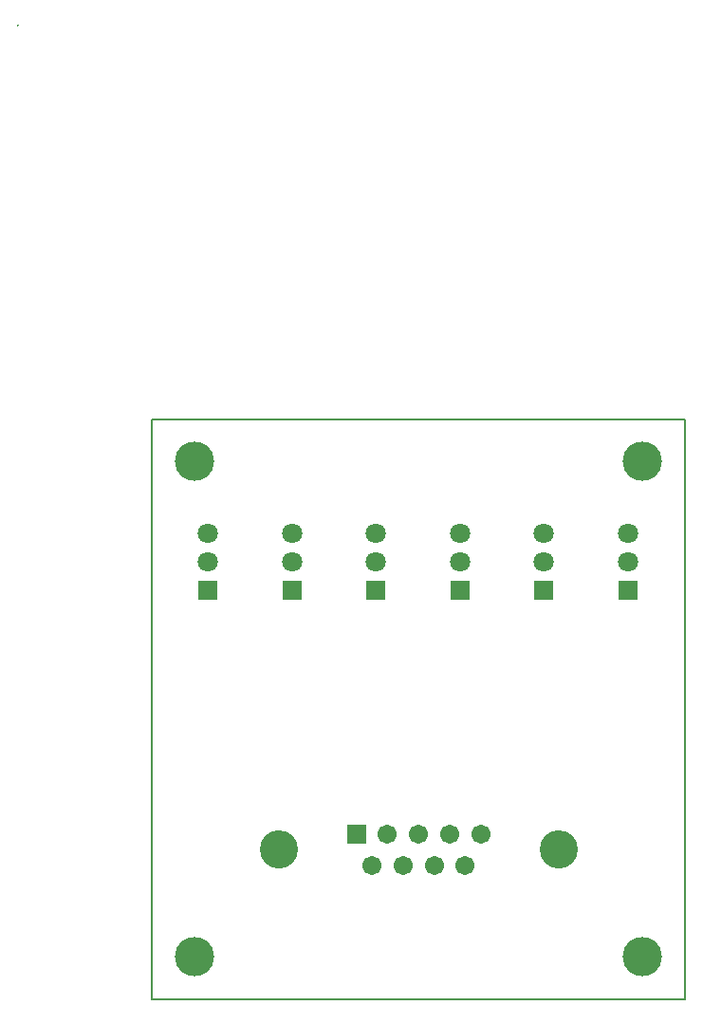
<source format=gbs>
G04 Layer_Color=16711935*
%FSLAX25Y25*%
%MOIN*%
G70*
G01*
G75*
%ADD11C,0.00250*%
%ADD12C,0.00500*%
%ADD22C,0.07099*%
%ADD23R,0.07099X0.07099*%
%ADD24C,0.13800*%
%ADD25C,0.06706*%
%ADD26R,0.06706X0.06706*%
%ADD27C,0.13398*%
D11*
X-47071Y342250D02*
G03*
X-47071Y341750I0J-250D01*
G01*
X-46821Y342000D02*
G03*
X-47321Y342000I-250J0D01*
G01*
D12*
X0Y0D02*
X187500D01*
Y203500D01*
X0D02*
X187500D01*
X0Y0D02*
Y203500D01*
D22*
X19685Y163543D02*
D03*
Y153543D02*
D03*
X49213Y163386D02*
D03*
Y153386D02*
D03*
X78740Y163386D02*
D03*
Y153386D02*
D03*
X108268Y163543D02*
D03*
Y153543D02*
D03*
X137795Y163543D02*
D03*
Y153543D02*
D03*
X167323Y163543D02*
D03*
Y153543D02*
D03*
D23*
X19685Y143543D02*
D03*
X49213Y143386D02*
D03*
X78740D02*
D03*
X108268Y143543D02*
D03*
X137795D02*
D03*
X167323D02*
D03*
D24*
X172500Y189000D02*
D03*
X15000D02*
D03*
X172480Y15000D02*
D03*
X15000D02*
D03*
D25*
X110098Y46819D02*
D03*
X99193D02*
D03*
X88287D02*
D03*
X77382D02*
D03*
X115551Y58000D02*
D03*
X104646D02*
D03*
X93740D02*
D03*
X82835D02*
D03*
D26*
X71929D02*
D03*
D27*
X142933Y52410D02*
D03*
X44547D02*
D03*
M02*

</source>
